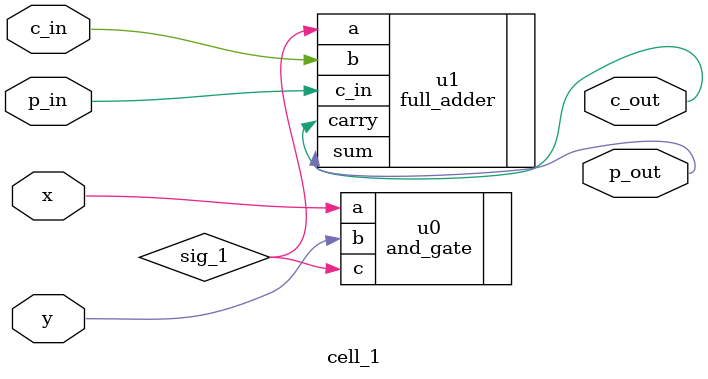
<source format=v>

module cell_1  (
input wire x,y,c_in,p_in,
output p_out,c_out 
);

wire sig_1;

and_gate u0 (
.a(x),
.b(y),
.c(sig_1)
);

full_adder u1 (
.a(sig_1),
.b(c_in),
.c_in(p_in),
.sum(p_out),
.carry(c_out)
);

endmodule

</source>
